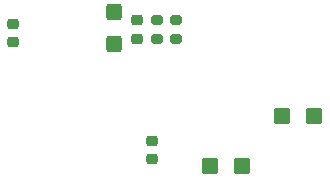
<source format=gbr>
%TF.GenerationSoftware,KiCad,Pcbnew,(6.0.5)*%
%TF.CreationDate,2022-10-08T22:42:16+08:00*%
%TF.ProjectId,LabPrecisionVoltageSource_V1.2,4c616250-7265-4636-9973-696f6e566f6c,rev?*%
%TF.SameCoordinates,Original*%
%TF.FileFunction,Paste,Bot*%
%TF.FilePolarity,Positive*%
%FSLAX46Y46*%
G04 Gerber Fmt 4.6, Leading zero omitted, Abs format (unit mm)*
G04 Created by KiCad (PCBNEW (6.0.5)) date 2022-10-08 22:42:16*
%MOMM*%
%LPD*%
G01*
G04 APERTURE LIST*
G04 Aperture macros list*
%AMRoundRect*
0 Rectangle with rounded corners*
0 $1 Rounding radius*
0 $2 $3 $4 $5 $6 $7 $8 $9 X,Y pos of 4 corners*
0 Add a 4 corners polygon primitive as box body*
4,1,4,$2,$3,$4,$5,$6,$7,$8,$9,$2,$3,0*
0 Add four circle primitives for the rounded corners*
1,1,$1+$1,$2,$3*
1,1,$1+$1,$4,$5*
1,1,$1+$1,$6,$7*
1,1,$1+$1,$8,$9*
0 Add four rect primitives between the rounded corners*
20,1,$1+$1,$2,$3,$4,$5,0*
20,1,$1+$1,$4,$5,$6,$7,0*
20,1,$1+$1,$6,$7,$8,$9,0*
20,1,$1+$1,$8,$9,$2,$3,0*%
G04 Aperture macros list end*
%ADD10RoundRect,0.200000X0.275000X-0.200000X0.275000X0.200000X-0.275000X0.200000X-0.275000X-0.200000X0*%
%ADD11RoundRect,0.225000X-0.250000X0.225000X-0.250000X-0.225000X0.250000X-0.225000X0.250000X0.225000X0*%
%ADD12RoundRect,0.250000X-0.450000X-0.425000X0.450000X-0.425000X0.450000X0.425000X-0.450000X0.425000X0*%
%ADD13RoundRect,0.250000X-0.425000X0.450000X-0.425000X-0.450000X0.425000X-0.450000X0.425000X0.450000X0*%
%ADD14RoundRect,0.250000X0.450000X0.425000X-0.450000X0.425000X-0.450000X-0.425000X0.450000X-0.425000X0*%
%ADD15RoundRect,0.225000X0.250000X-0.225000X0.250000X0.225000X-0.250000X0.225000X-0.250000X-0.225000X0*%
G04 APERTURE END LIST*
D10*
%TO.C,R402*%
X177211670Y-95338454D03*
X177211670Y-93688454D03*
%TD*%
D11*
%TO.C,C401*%
X173911670Y-93738456D03*
X173911670Y-95288456D03*
%TD*%
D12*
%TO.C,C503*%
X186161671Y-101813455D03*
X188861671Y-101813455D03*
%TD*%
D13*
%TO.C,C402*%
X171961671Y-93063456D03*
X171961671Y-95763456D03*
%TD*%
D11*
%TO.C,C302*%
X163421143Y-94050862D03*
X163421143Y-95600862D03*
%TD*%
D10*
%TO.C,R401*%
X175561669Y-95338456D03*
X175561669Y-93688456D03*
%TD*%
D14*
%TO.C,C506*%
X182761671Y-106063456D03*
X180061671Y-106063456D03*
%TD*%
D15*
%TO.C,C407*%
X175111671Y-105488455D03*
X175111671Y-103938455D03*
%TD*%
M02*

</source>
